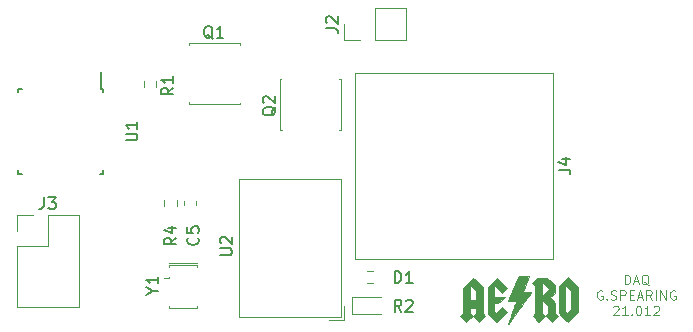
<source format=gbr>
%TF.GenerationSoftware,KiCad,Pcbnew,5.1.7-a382d34a8~88~ubuntu18.04.1*%
%TF.CreationDate,2021-02-25T09:30:43-05:00*%
%TF.ProjectId,DaqBoard,44617142-6f61-4726-942e-6b696361645f,rev?*%
%TF.SameCoordinates,Original*%
%TF.FileFunction,Legend,Top*%
%TF.FilePolarity,Positive*%
%FSLAX46Y46*%
G04 Gerber Fmt 4.6, Leading zero omitted, Abs format (unit mm)*
G04 Created by KiCad (PCBNEW 5.1.7-a382d34a8~88~ubuntu18.04.1) date 2021-02-25 09:30:43*
%MOMM*%
%LPD*%
G01*
G04 APERTURE LIST*
%ADD10C,0.120000*%
%ADD11C,0.010000*%
%ADD12C,0.150000*%
G04 APERTURE END LIST*
D10*
X165804971Y-107855504D02*
X165804971Y-107055504D01*
X165995447Y-107055504D01*
X166109733Y-107093600D01*
X166185923Y-107169790D01*
X166224019Y-107245980D01*
X166262114Y-107398361D01*
X166262114Y-107512647D01*
X166224019Y-107665028D01*
X166185923Y-107741219D01*
X166109733Y-107817409D01*
X165995447Y-107855504D01*
X165804971Y-107855504D01*
X166566876Y-107626933D02*
X166947828Y-107626933D01*
X166490685Y-107855504D02*
X166757352Y-107055504D01*
X167024019Y-107855504D01*
X167824019Y-107931695D02*
X167747828Y-107893600D01*
X167671638Y-107817409D01*
X167557352Y-107703123D01*
X167481161Y-107665028D01*
X167404971Y-107665028D01*
X167443066Y-107855504D02*
X167366876Y-107817409D01*
X167290685Y-107741219D01*
X167252590Y-107588838D01*
X167252590Y-107322171D01*
X167290685Y-107169790D01*
X167366876Y-107093600D01*
X167443066Y-107055504D01*
X167595447Y-107055504D01*
X167671638Y-107093600D01*
X167747828Y-107169790D01*
X167785923Y-107322171D01*
X167785923Y-107588838D01*
X167747828Y-107741219D01*
X167671638Y-107817409D01*
X167595447Y-107855504D01*
X167443066Y-107855504D01*
X163900209Y-108413600D02*
X163824019Y-108375504D01*
X163709733Y-108375504D01*
X163595447Y-108413600D01*
X163519257Y-108489790D01*
X163481161Y-108565980D01*
X163443066Y-108718361D01*
X163443066Y-108832647D01*
X163481161Y-108985028D01*
X163519257Y-109061219D01*
X163595447Y-109137409D01*
X163709733Y-109175504D01*
X163785923Y-109175504D01*
X163900209Y-109137409D01*
X163938304Y-109099314D01*
X163938304Y-108832647D01*
X163785923Y-108832647D01*
X164281161Y-109099314D02*
X164319257Y-109137409D01*
X164281161Y-109175504D01*
X164243066Y-109137409D01*
X164281161Y-109099314D01*
X164281161Y-109175504D01*
X164624019Y-109137409D02*
X164738304Y-109175504D01*
X164928780Y-109175504D01*
X165004971Y-109137409D01*
X165043066Y-109099314D01*
X165081161Y-109023123D01*
X165081161Y-108946933D01*
X165043066Y-108870742D01*
X165004971Y-108832647D01*
X164928780Y-108794552D01*
X164776400Y-108756457D01*
X164700209Y-108718361D01*
X164662114Y-108680266D01*
X164624019Y-108604076D01*
X164624019Y-108527885D01*
X164662114Y-108451695D01*
X164700209Y-108413600D01*
X164776400Y-108375504D01*
X164966876Y-108375504D01*
X165081161Y-108413600D01*
X165424019Y-109175504D02*
X165424019Y-108375504D01*
X165728780Y-108375504D01*
X165804971Y-108413600D01*
X165843066Y-108451695D01*
X165881161Y-108527885D01*
X165881161Y-108642171D01*
X165843066Y-108718361D01*
X165804971Y-108756457D01*
X165728780Y-108794552D01*
X165424019Y-108794552D01*
X166224019Y-108756457D02*
X166490685Y-108756457D01*
X166604971Y-109175504D02*
X166224019Y-109175504D01*
X166224019Y-108375504D01*
X166604971Y-108375504D01*
X166909733Y-108946933D02*
X167290685Y-108946933D01*
X166833542Y-109175504D02*
X167100209Y-108375504D01*
X167366876Y-109175504D01*
X168090685Y-109175504D02*
X167824019Y-108794552D01*
X167633542Y-109175504D02*
X167633542Y-108375504D01*
X167938304Y-108375504D01*
X168014495Y-108413600D01*
X168052590Y-108451695D01*
X168090685Y-108527885D01*
X168090685Y-108642171D01*
X168052590Y-108718361D01*
X168014495Y-108756457D01*
X167938304Y-108794552D01*
X167633542Y-108794552D01*
X168433542Y-109175504D02*
X168433542Y-108375504D01*
X168814495Y-109175504D02*
X168814495Y-108375504D01*
X169271638Y-109175504D01*
X169271638Y-108375504D01*
X170071638Y-108413600D02*
X169995447Y-108375504D01*
X169881161Y-108375504D01*
X169766876Y-108413600D01*
X169690685Y-108489790D01*
X169652590Y-108565980D01*
X169614495Y-108718361D01*
X169614495Y-108832647D01*
X169652590Y-108985028D01*
X169690685Y-109061219D01*
X169766876Y-109137409D01*
X169881161Y-109175504D01*
X169957352Y-109175504D01*
X170071638Y-109137409D01*
X170109733Y-109099314D01*
X170109733Y-108832647D01*
X169957352Y-108832647D01*
X164833542Y-109771695D02*
X164871638Y-109733600D01*
X164947828Y-109695504D01*
X165138304Y-109695504D01*
X165214495Y-109733600D01*
X165252590Y-109771695D01*
X165290685Y-109847885D01*
X165290685Y-109924076D01*
X165252590Y-110038361D01*
X164795447Y-110495504D01*
X165290685Y-110495504D01*
X166052590Y-110495504D02*
X165595447Y-110495504D01*
X165824019Y-110495504D02*
X165824019Y-109695504D01*
X165747828Y-109809790D01*
X165671638Y-109885980D01*
X165595447Y-109924076D01*
X166395447Y-110419314D02*
X166433542Y-110457409D01*
X166395447Y-110495504D01*
X166357352Y-110457409D01*
X166395447Y-110419314D01*
X166395447Y-110495504D01*
X166928780Y-109695504D02*
X167004971Y-109695504D01*
X167081161Y-109733600D01*
X167119257Y-109771695D01*
X167157352Y-109847885D01*
X167195447Y-110000266D01*
X167195447Y-110190742D01*
X167157352Y-110343123D01*
X167119257Y-110419314D01*
X167081161Y-110457409D01*
X167004971Y-110495504D01*
X166928780Y-110495504D01*
X166852590Y-110457409D01*
X166814495Y-110419314D01*
X166776400Y-110343123D01*
X166738304Y-110190742D01*
X166738304Y-110000266D01*
X166776400Y-109847885D01*
X166814495Y-109771695D01*
X166852590Y-109733600D01*
X166928780Y-109695504D01*
X167957352Y-110495504D02*
X167500209Y-110495504D01*
X167728780Y-110495504D02*
X167728780Y-109695504D01*
X167652590Y-109809790D01*
X167576400Y-109885980D01*
X167500209Y-109924076D01*
X168262114Y-109771695D02*
X168300209Y-109733600D01*
X168376400Y-109695504D01*
X168566876Y-109695504D01*
X168643066Y-109733600D01*
X168681161Y-109771695D01*
X168719257Y-109847885D01*
X168719257Y-109924076D01*
X168681161Y-110038361D01*
X168224019Y-110495504D01*
X168719257Y-110495504D01*
D11*
%TO.C,G\u002A\u002A\u002A*%
G36*
X157439221Y-107845138D02*
G01*
X157199968Y-108497615D01*
X157562059Y-108497615D01*
X157698644Y-108497894D01*
X157794683Y-108499236D01*
X157856233Y-108502399D01*
X157889352Y-108508143D01*
X157900098Y-108517225D01*
X157894529Y-108530403D01*
X157887850Y-108538394D01*
X157869199Y-108562919D01*
X157826096Y-108621574D01*
X157761240Y-108710611D01*
X157677330Y-108826280D01*
X157577061Y-108964830D01*
X157463134Y-109122511D01*
X157338246Y-109295575D01*
X157205094Y-109480270D01*
X157066378Y-109672846D01*
X156924794Y-109869555D01*
X156783041Y-110066645D01*
X156643817Y-110260368D01*
X156509820Y-110446972D01*
X156383748Y-110622708D01*
X156268299Y-110783827D01*
X156166170Y-110926578D01*
X156080061Y-111047211D01*
X156012669Y-111141976D01*
X155966691Y-111207123D01*
X155944827Y-111238903D01*
X155944348Y-111239655D01*
X155946188Y-111227273D01*
X155962017Y-111175011D01*
X155990459Y-111086990D01*
X156030138Y-110967330D01*
X156079676Y-110820151D01*
X156137698Y-110649575D01*
X156202827Y-110459720D01*
X156264761Y-110280454D01*
X156335951Y-110074915D01*
X156402228Y-109883314D01*
X156462075Y-109710054D01*
X156513976Y-109559540D01*
X156556411Y-109436175D01*
X156587865Y-109344363D01*
X156606820Y-109288509D01*
X156611973Y-109272610D01*
X156590019Y-109270511D01*
X156529553Y-109268732D01*
X156438667Y-109267414D01*
X156325455Y-109266696D01*
X156265675Y-109266605D01*
X155919378Y-109266605D01*
X156179646Y-108678211D01*
X156261932Y-108492004D01*
X156350743Y-108290723D01*
X156440512Y-108087005D01*
X156525673Y-107893484D01*
X156600661Y-107722798D01*
X156636424Y-107641238D01*
X156832934Y-107192661D01*
X157678473Y-107192661D01*
X157439221Y-107845138D01*
G37*
X157439221Y-107845138D02*
X157199968Y-108497615D01*
X157562059Y-108497615D01*
X157698644Y-108497894D01*
X157794683Y-108499236D01*
X157856233Y-108502399D01*
X157889352Y-108508143D01*
X157900098Y-108517225D01*
X157894529Y-108530403D01*
X157887850Y-108538394D01*
X157869199Y-108562919D01*
X157826096Y-108621574D01*
X157761240Y-108710611D01*
X157677330Y-108826280D01*
X157577061Y-108964830D01*
X157463134Y-109122511D01*
X157338246Y-109295575D01*
X157205094Y-109480270D01*
X157066378Y-109672846D01*
X156924794Y-109869555D01*
X156783041Y-110066645D01*
X156643817Y-110260368D01*
X156509820Y-110446972D01*
X156383748Y-110622708D01*
X156268299Y-110783827D01*
X156166170Y-110926578D01*
X156080061Y-111047211D01*
X156012669Y-111141976D01*
X155966691Y-111207123D01*
X155944827Y-111238903D01*
X155944348Y-111239655D01*
X155946188Y-111227273D01*
X155962017Y-111175011D01*
X155990459Y-111086990D01*
X156030138Y-110967330D01*
X156079676Y-110820151D01*
X156137698Y-110649575D01*
X156202827Y-110459720D01*
X156264761Y-110280454D01*
X156335951Y-110074915D01*
X156402228Y-109883314D01*
X156462075Y-109710054D01*
X156513976Y-109559540D01*
X156556411Y-109436175D01*
X156587865Y-109344363D01*
X156606820Y-109288509D01*
X156611973Y-109272610D01*
X156590019Y-109270511D01*
X156529553Y-109268732D01*
X156438667Y-109267414D01*
X156325455Y-109266696D01*
X156265675Y-109266605D01*
X155919378Y-109266605D01*
X156179646Y-108678211D01*
X156261932Y-108492004D01*
X156350743Y-108290723D01*
X156440512Y-108087005D01*
X156525673Y-107893484D01*
X156600661Y-107722798D01*
X156636424Y-107641238D01*
X156832934Y-107192661D01*
X157678473Y-107192661D01*
X157439221Y-107845138D01*
G36*
X153367302Y-107711377D02*
G01*
X153769037Y-108113605D01*
X153769037Y-110325415D01*
X153890915Y-110448826D01*
X154012792Y-110572236D01*
X153745020Y-110840008D01*
X153477248Y-111107779D01*
X152942968Y-110571979D01*
X153186468Y-110325415D01*
X153186468Y-109849174D01*
X152673808Y-109849174D01*
X152673808Y-110325415D01*
X152795685Y-110448826D01*
X152917563Y-110572236D01*
X152649791Y-110840008D01*
X152382019Y-111107779D01*
X151847739Y-110571979D01*
X152091239Y-110325415D01*
X152091239Y-109243303D01*
X152673808Y-109243303D01*
X153186468Y-109243303D01*
X153186468Y-108484668D01*
X152931319Y-108217334D01*
X152676169Y-107950000D01*
X152674989Y-108596651D01*
X152673808Y-109243303D01*
X152091239Y-109243303D01*
X152091239Y-108182567D01*
X152528403Y-107745858D01*
X152965566Y-107309149D01*
X153367302Y-107711377D01*
G37*
X153367302Y-107711377D02*
X153769037Y-108113605D01*
X153769037Y-110325415D01*
X153890915Y-110448826D01*
X154012792Y-110572236D01*
X153745020Y-110840008D01*
X153477248Y-111107779D01*
X152942968Y-110571979D01*
X153186468Y-110325415D01*
X153186468Y-109849174D01*
X152673808Y-109849174D01*
X152673808Y-110325415D01*
X152795685Y-110448826D01*
X152917563Y-110572236D01*
X152649791Y-110840008D01*
X152382019Y-111107779D01*
X151847739Y-110571979D01*
X152091239Y-110325415D01*
X152091239Y-109243303D01*
X152673808Y-109243303D01*
X153186468Y-109243303D01*
X153186468Y-108484668D01*
X152931319Y-108217334D01*
X152676169Y-107950000D01*
X152674989Y-108596651D01*
X152673808Y-109243303D01*
X152091239Y-109243303D01*
X152091239Y-108182567D01*
X152528403Y-107745858D01*
X152965566Y-107309149D01*
X153367302Y-107711377D01*
G36*
X155428392Y-107745140D02*
G01*
X155853937Y-108171151D01*
X155633290Y-108392719D01*
X155412644Y-108614287D01*
X154771056Y-107973927D01*
X154771056Y-108942316D01*
X155655992Y-108928716D01*
X155371167Y-109214174D01*
X155086342Y-109499633D01*
X154771056Y-109499633D01*
X154771056Y-110173041D01*
X154854118Y-110236396D01*
X154937180Y-110299750D01*
X155412436Y-109826112D01*
X155832880Y-110246556D01*
X155400224Y-110677039D01*
X155283994Y-110792280D01*
X155178725Y-110895877D01*
X155088870Y-110983512D01*
X155018880Y-111050866D01*
X154973208Y-111093621D01*
X154956432Y-111107523D01*
X154937509Y-111091751D01*
X154890519Y-111047522D01*
X154820219Y-110979462D01*
X154731367Y-110892199D01*
X154628720Y-110790361D01*
X154566892Y-110728596D01*
X154188487Y-110349669D01*
X154188487Y-108138062D01*
X154595667Y-107728596D01*
X155002848Y-107319129D01*
X155428392Y-107745140D01*
G37*
X155428392Y-107745140D02*
X155853937Y-108171151D01*
X155633290Y-108392719D01*
X155412644Y-108614287D01*
X154771056Y-107973927D01*
X154771056Y-108942316D01*
X155655992Y-108928716D01*
X155371167Y-109214174D01*
X155086342Y-109499633D01*
X154771056Y-109499633D01*
X154771056Y-110173041D01*
X154854118Y-110236396D01*
X154937180Y-110299750D01*
X155412436Y-109826112D01*
X155832880Y-110246556D01*
X155400224Y-110677039D01*
X155283994Y-110792280D01*
X155178725Y-110895877D01*
X155088870Y-110983512D01*
X155018880Y-111050866D01*
X154973208Y-111093621D01*
X154956432Y-111107523D01*
X154937509Y-111091751D01*
X154890519Y-111047522D01*
X154820219Y-110979462D01*
X154731367Y-110892199D01*
X154628720Y-110790361D01*
X154566892Y-110728596D01*
X154188487Y-110349669D01*
X154188487Y-108138062D01*
X154595667Y-107728596D01*
X155002848Y-107319129D01*
X155428392Y-107745140D01*
G36*
X159897661Y-107973886D02*
G01*
X159897661Y-108578252D01*
X159490809Y-108986998D01*
X159705886Y-109202974D01*
X159920964Y-109418949D01*
X159920964Y-110325415D01*
X160042841Y-110448826D01*
X160164719Y-110572236D01*
X159896947Y-110840008D01*
X159629175Y-111107779D01*
X159106465Y-110583211D01*
X159336377Y-110326881D01*
X159337386Y-110023547D01*
X159338395Y-109720214D01*
X159082065Y-109464679D01*
X158825734Y-109209143D01*
X158825734Y-110351935D01*
X158942505Y-110466951D01*
X159059276Y-110581966D01*
X158797243Y-110844744D01*
X158707409Y-110933933D01*
X158628925Y-111010151D01*
X158567682Y-111067811D01*
X158529576Y-111101323D01*
X158520144Y-111107523D01*
X158499733Y-111091520D01*
X158453141Y-111047324D01*
X158386156Y-110980657D01*
X158304566Y-110897241D01*
X158250051Y-110840528D01*
X157995023Y-110573533D01*
X158119094Y-110451003D01*
X158243166Y-110328473D01*
X158243166Y-108905184D01*
X158779129Y-108905184D01*
X159076125Y-108608188D01*
X159373121Y-108311193D01*
X158779129Y-107717201D01*
X158779129Y-108905184D01*
X158243166Y-108905184D01*
X158243166Y-108044562D01*
X158109759Y-107909749D01*
X157976352Y-107774935D01*
X158208358Y-107542055D01*
X158440365Y-107309174D01*
X159234135Y-107309174D01*
X159897661Y-107973886D01*
G37*
X159897661Y-107973886D02*
X159897661Y-108578252D01*
X159490809Y-108986998D01*
X159705886Y-109202974D01*
X159920964Y-109418949D01*
X159920964Y-110325415D01*
X160042841Y-110448826D01*
X160164719Y-110572236D01*
X159896947Y-110840008D01*
X159629175Y-111107779D01*
X159106465Y-110583211D01*
X159336377Y-110326881D01*
X159337386Y-110023547D01*
X159338395Y-109720214D01*
X159082065Y-109464679D01*
X158825734Y-109209143D01*
X158825734Y-110351935D01*
X158942505Y-110466951D01*
X159059276Y-110581966D01*
X158797243Y-110844744D01*
X158707409Y-110933933D01*
X158628925Y-111010151D01*
X158567682Y-111067811D01*
X158529576Y-111101323D01*
X158520144Y-111107523D01*
X158499733Y-111091520D01*
X158453141Y-111047324D01*
X158386156Y-110980657D01*
X158304566Y-110897241D01*
X158250051Y-110840528D01*
X157995023Y-110573533D01*
X158119094Y-110451003D01*
X158243166Y-110328473D01*
X158243166Y-108905184D01*
X158779129Y-108905184D01*
X159076125Y-108608188D01*
X159373121Y-108311193D01*
X158779129Y-107717201D01*
X158779129Y-108905184D01*
X158243166Y-108905184D01*
X158243166Y-108044562D01*
X158109759Y-107909749D01*
X157976352Y-107774935D01*
X158208358Y-107542055D01*
X158440365Y-107309174D01*
X159234135Y-107309174D01*
X159897661Y-107973886D01*
G36*
X161435646Y-107716976D02*
G01*
X161855092Y-108135936D01*
X161855092Y-110234130D01*
X160980758Y-111107556D01*
X160590677Y-110716968D01*
X160200597Y-110326381D01*
X160200597Y-110138240D01*
X160783166Y-110138240D01*
X160857973Y-110215422D01*
X160932781Y-110292604D01*
X161091001Y-110135597D01*
X161249221Y-109978589D01*
X161249221Y-108415181D01*
X161016193Y-108183027D01*
X160783166Y-107950874D01*
X160783166Y-110138240D01*
X160200597Y-110138240D01*
X160200597Y-108112620D01*
X160608398Y-107705318D01*
X161016200Y-107298015D01*
X161435646Y-107716976D01*
G37*
X161435646Y-107716976D02*
X161855092Y-108135936D01*
X161855092Y-110234130D01*
X160980758Y-111107556D01*
X160590677Y-110716968D01*
X160200597Y-110326381D01*
X160200597Y-110138240D01*
X160783166Y-110138240D01*
X160857973Y-110215422D01*
X160932781Y-110292604D01*
X161091001Y-110135597D01*
X161249221Y-109978589D01*
X161249221Y-108415181D01*
X161016193Y-108183027D01*
X160783166Y-107950874D01*
X160783166Y-110138240D01*
X160200597Y-110138240D01*
X160200597Y-108112620D01*
X160608398Y-107705318D01*
X161016200Y-107298015D01*
X161435646Y-107716976D01*
D12*
%TO.C,U1*%
X121442000Y-91312000D02*
X121442000Y-89887000D01*
X121667000Y-98562000D02*
X121667000Y-98237000D01*
X114417000Y-98562000D02*
X114417000Y-98237000D01*
X114417000Y-91312000D02*
X114417000Y-91637000D01*
X121667000Y-91312000D02*
X121667000Y-91637000D01*
X114417000Y-91312000D02*
X114742000Y-91312000D01*
X114417000Y-98562000D02*
X114742000Y-98562000D01*
X121667000Y-98562000D02*
X121342000Y-98562000D01*
X121667000Y-91312000D02*
X121442000Y-91312000D01*
D10*
%TO.C,J4*%
X159698500Y-89988500D02*
X159698500Y-105718500D01*
X142958500Y-89988500D02*
X159698500Y-89988500D01*
X142958500Y-105718500D02*
X159698500Y-105718500D01*
X142958500Y-89998500D02*
X142958500Y-105718500D01*
%TO.C,R4*%
X126833100Y-100733776D02*
X126833100Y-101243224D01*
X127878100Y-100733776D02*
X127878100Y-101243224D01*
%TO.C,Y1*%
X129597000Y-109877000D02*
X129597000Y-109727000D01*
X127197000Y-109877000D02*
X127197000Y-109727000D01*
X127197000Y-107327000D02*
X127197000Y-107277000D01*
X127197000Y-106277000D02*
X127197000Y-106427000D01*
X129597000Y-106277000D02*
X129597000Y-106427000D01*
X127597000Y-106077000D02*
X127197000Y-106077000D01*
X127597000Y-106277000D02*
X127197000Y-106277000D01*
X127597000Y-109877000D02*
X127197000Y-109877000D01*
X129597000Y-106077000D02*
X127597000Y-106077000D01*
X127197000Y-107327000D02*
X126797000Y-107327000D01*
X127597000Y-106277000D02*
X129597000Y-106277000D01*
X129597000Y-109877000D02*
X127597000Y-109877000D01*
%TO.C,U2*%
X142000000Y-110926000D02*
X142000000Y-109686000D01*
X140760000Y-110926000D02*
X142000000Y-110926000D01*
X133140000Y-98965000D02*
X141760000Y-98965000D01*
X133140000Y-110686000D02*
X141760000Y-110686000D01*
X141760000Y-110686000D02*
X141760000Y-98965000D01*
X133140000Y-110686000D02*
X133140000Y-98965000D01*
%TO.C,R2*%
X144526724Y-106716300D02*
X144017276Y-106716300D01*
X144526724Y-107761300D02*
X144017276Y-107761300D01*
%TO.C,R1*%
X126125500Y-91163224D02*
X126125500Y-90653776D01*
X125080500Y-91163224D02*
X125080500Y-90653776D01*
%TO.C,Q2*%
X136592000Y-94825000D02*
X136792000Y-94825000D01*
X136592000Y-90525000D02*
X136592000Y-94825000D01*
X136742000Y-90525000D02*
X136592000Y-90525000D01*
X141792000Y-90525000D02*
X141642000Y-90525000D01*
X141792000Y-94825000D02*
X141792000Y-90525000D01*
X141592000Y-94825000D02*
X141792000Y-94825000D01*
%TO.C,Q1*%
X128949000Y-87443000D02*
X128949000Y-87643000D01*
X133249000Y-87443000D02*
X128949000Y-87443000D01*
X133249000Y-87593000D02*
X133249000Y-87443000D01*
X133249000Y-92643000D02*
X133249000Y-92493000D01*
X128949000Y-92643000D02*
X133249000Y-92643000D01*
X128949000Y-92443000D02*
X128949000Y-92643000D01*
%TO.C,J3*%
X114367000Y-102048000D02*
X115697000Y-102048000D01*
X114367000Y-103378000D02*
X114367000Y-102048000D01*
X116967000Y-102048000D02*
X119567000Y-102048000D01*
X116967000Y-104648000D02*
X116967000Y-102048000D01*
X114367000Y-104648000D02*
X116967000Y-104648000D01*
X119567000Y-102048000D02*
X119567000Y-109788000D01*
X114367000Y-104648000D02*
X114367000Y-109788000D01*
X114367000Y-109788000D02*
X119567000Y-109788000D01*
%TO.C,J2*%
X142053000Y-87182000D02*
X142053000Y-85852000D01*
X143383000Y-87182000D02*
X142053000Y-87182000D01*
X144653000Y-87182000D02*
X144653000Y-84522000D01*
X144653000Y-84522000D02*
X147253000Y-84522000D01*
X144653000Y-87182000D02*
X147253000Y-87182000D01*
X147253000Y-87182000D02*
X147253000Y-84522000D01*
%TO.C,D1*%
X142674200Y-110386800D02*
X145134200Y-110386800D01*
X142674200Y-108916800D02*
X142674200Y-110386800D01*
X145134200Y-108916800D02*
X142674200Y-108916800D01*
%TO.C,C5*%
X128471200Y-100845233D02*
X128471200Y-101137767D01*
X129491200Y-100845233D02*
X129491200Y-101137767D01*
%TO.C,U1*%
D12*
X123544380Y-95698904D02*
X124353904Y-95698904D01*
X124449142Y-95651285D01*
X124496761Y-95603666D01*
X124544380Y-95508428D01*
X124544380Y-95317952D01*
X124496761Y-95222714D01*
X124449142Y-95175095D01*
X124353904Y-95127476D01*
X123544380Y-95127476D01*
X124544380Y-94127476D02*
X124544380Y-94698904D01*
X124544380Y-94413190D02*
X123544380Y-94413190D01*
X123687238Y-94508428D01*
X123782476Y-94603666D01*
X123830095Y-94698904D01*
%TO.C,J4*%
X160200880Y-98181833D02*
X160915166Y-98181833D01*
X161058023Y-98229452D01*
X161153261Y-98324690D01*
X161200880Y-98467547D01*
X161200880Y-98562785D01*
X160534214Y-97277071D02*
X161200880Y-97277071D01*
X160153261Y-97515166D02*
X160867547Y-97753261D01*
X160867547Y-97134214D01*
%TO.C,R4*%
X127833380Y-103925666D02*
X127357190Y-104259000D01*
X127833380Y-104497095D02*
X126833380Y-104497095D01*
X126833380Y-104116142D01*
X126881000Y-104020904D01*
X126928619Y-103973285D01*
X127023857Y-103925666D01*
X127166714Y-103925666D01*
X127261952Y-103973285D01*
X127309571Y-104020904D01*
X127357190Y-104116142D01*
X127357190Y-104497095D01*
X127166714Y-103068523D02*
X127833380Y-103068523D01*
X126785761Y-103306619D02*
X127500047Y-103544714D01*
X127500047Y-102925666D01*
%TO.C,Y1*%
X125833190Y-108426190D02*
X126309380Y-108426190D01*
X125309380Y-108759523D02*
X125833190Y-108426190D01*
X125309380Y-108092857D01*
X126309380Y-107235714D02*
X126309380Y-107807142D01*
X126309380Y-107521428D02*
X125309380Y-107521428D01*
X125452238Y-107616666D01*
X125547476Y-107711904D01*
X125595095Y-107807142D01*
%TO.C,U2*%
X131532380Y-105409904D02*
X132341904Y-105409904D01*
X132437142Y-105362285D01*
X132484761Y-105314666D01*
X132532380Y-105219428D01*
X132532380Y-105028952D01*
X132484761Y-104933714D01*
X132437142Y-104886095D01*
X132341904Y-104838476D01*
X131532380Y-104838476D01*
X131627619Y-104409904D02*
X131580000Y-104362285D01*
X131532380Y-104267047D01*
X131532380Y-104028952D01*
X131580000Y-103933714D01*
X131627619Y-103886095D01*
X131722857Y-103838476D01*
X131818095Y-103838476D01*
X131960952Y-103886095D01*
X132532380Y-104457523D01*
X132532380Y-103838476D01*
%TO.C,R2*%
X146899333Y-110180380D02*
X146566000Y-109704190D01*
X146327904Y-110180380D02*
X146327904Y-109180380D01*
X146708857Y-109180380D01*
X146804095Y-109228000D01*
X146851714Y-109275619D01*
X146899333Y-109370857D01*
X146899333Y-109513714D01*
X146851714Y-109608952D01*
X146804095Y-109656571D01*
X146708857Y-109704190D01*
X146327904Y-109704190D01*
X147280285Y-109275619D02*
X147327904Y-109228000D01*
X147423142Y-109180380D01*
X147661238Y-109180380D01*
X147756476Y-109228000D01*
X147804095Y-109275619D01*
X147851714Y-109370857D01*
X147851714Y-109466095D01*
X147804095Y-109608952D01*
X147232666Y-110180380D01*
X147851714Y-110180380D01*
%TO.C,R1*%
X127579380Y-91225666D02*
X127103190Y-91559000D01*
X127579380Y-91797095D02*
X126579380Y-91797095D01*
X126579380Y-91416142D01*
X126627000Y-91320904D01*
X126674619Y-91273285D01*
X126769857Y-91225666D01*
X126912714Y-91225666D01*
X127007952Y-91273285D01*
X127055571Y-91320904D01*
X127103190Y-91416142D01*
X127103190Y-91797095D01*
X127579380Y-90273285D02*
X127579380Y-90844714D01*
X127579380Y-90559000D02*
X126579380Y-90559000D01*
X126722238Y-90654238D01*
X126817476Y-90749476D01*
X126865095Y-90844714D01*
%TO.C,Q2*%
X136259619Y-92850238D02*
X136212000Y-92945476D01*
X136116761Y-93040714D01*
X135973904Y-93183571D01*
X135926285Y-93278809D01*
X135926285Y-93374047D01*
X136164380Y-93326428D02*
X136116761Y-93421666D01*
X136021523Y-93516904D01*
X135831047Y-93564523D01*
X135497714Y-93564523D01*
X135307238Y-93516904D01*
X135212000Y-93421666D01*
X135164380Y-93326428D01*
X135164380Y-93135952D01*
X135212000Y-93040714D01*
X135307238Y-92945476D01*
X135497714Y-92897857D01*
X135831047Y-92897857D01*
X136021523Y-92945476D01*
X136116761Y-93040714D01*
X136164380Y-93135952D01*
X136164380Y-93326428D01*
X135259619Y-92516904D02*
X135212000Y-92469285D01*
X135164380Y-92374047D01*
X135164380Y-92135952D01*
X135212000Y-92040714D01*
X135259619Y-91993095D01*
X135354857Y-91945476D01*
X135450095Y-91945476D01*
X135592952Y-91993095D01*
X136164380Y-92564523D01*
X136164380Y-91945476D01*
%TO.C,Q1*%
X130923761Y-87110619D02*
X130828523Y-87063000D01*
X130733285Y-86967761D01*
X130590428Y-86824904D01*
X130495190Y-86777285D01*
X130399952Y-86777285D01*
X130447571Y-87015380D02*
X130352333Y-86967761D01*
X130257095Y-86872523D01*
X130209476Y-86682047D01*
X130209476Y-86348714D01*
X130257095Y-86158238D01*
X130352333Y-86063000D01*
X130447571Y-86015380D01*
X130638047Y-86015380D01*
X130733285Y-86063000D01*
X130828523Y-86158238D01*
X130876142Y-86348714D01*
X130876142Y-86682047D01*
X130828523Y-86872523D01*
X130733285Y-86967761D01*
X130638047Y-87015380D01*
X130447571Y-87015380D01*
X131828523Y-87015380D02*
X131257095Y-87015380D01*
X131542809Y-87015380D02*
X131542809Y-86015380D01*
X131447571Y-86158238D01*
X131352333Y-86253476D01*
X131257095Y-86301095D01*
%TO.C,J3*%
X116633666Y-100500380D02*
X116633666Y-101214666D01*
X116586047Y-101357523D01*
X116490809Y-101452761D01*
X116347952Y-101500380D01*
X116252714Y-101500380D01*
X117014619Y-100500380D02*
X117633666Y-100500380D01*
X117300333Y-100881333D01*
X117443190Y-100881333D01*
X117538428Y-100928952D01*
X117586047Y-100976571D01*
X117633666Y-101071809D01*
X117633666Y-101309904D01*
X117586047Y-101405142D01*
X117538428Y-101452761D01*
X117443190Y-101500380D01*
X117157476Y-101500380D01*
X117062238Y-101452761D01*
X117014619Y-101405142D01*
%TO.C,J2*%
X140505380Y-86185333D02*
X141219666Y-86185333D01*
X141362523Y-86232952D01*
X141457761Y-86328190D01*
X141505380Y-86471047D01*
X141505380Y-86566285D01*
X140600619Y-85756761D02*
X140553000Y-85709142D01*
X140505380Y-85613904D01*
X140505380Y-85375809D01*
X140553000Y-85280571D01*
X140600619Y-85232952D01*
X140695857Y-85185333D01*
X140791095Y-85185333D01*
X140933952Y-85232952D01*
X141505380Y-85804380D01*
X141505380Y-85185333D01*
%TO.C,D1*%
X146327904Y-107767380D02*
X146327904Y-106767380D01*
X146566000Y-106767380D01*
X146708857Y-106815000D01*
X146804095Y-106910238D01*
X146851714Y-107005476D01*
X146899333Y-107195952D01*
X146899333Y-107338809D01*
X146851714Y-107529285D01*
X146804095Y-107624523D01*
X146708857Y-107719761D01*
X146566000Y-107767380D01*
X146327904Y-107767380D01*
X147851714Y-107767380D02*
X147280285Y-107767380D01*
X147566000Y-107767380D02*
X147566000Y-106767380D01*
X147470761Y-106910238D01*
X147375523Y-107005476D01*
X147280285Y-107053095D01*
%TO.C,C5*%
X129643142Y-103925666D02*
X129690761Y-103973285D01*
X129738380Y-104116142D01*
X129738380Y-104211380D01*
X129690761Y-104354238D01*
X129595523Y-104449476D01*
X129500285Y-104497095D01*
X129309809Y-104544714D01*
X129166952Y-104544714D01*
X128976476Y-104497095D01*
X128881238Y-104449476D01*
X128786000Y-104354238D01*
X128738380Y-104211380D01*
X128738380Y-104116142D01*
X128786000Y-103973285D01*
X128833619Y-103925666D01*
X128738380Y-103020904D02*
X128738380Y-103497095D01*
X129214571Y-103544714D01*
X129166952Y-103497095D01*
X129119333Y-103401857D01*
X129119333Y-103163761D01*
X129166952Y-103068523D01*
X129214571Y-103020904D01*
X129309809Y-102973285D01*
X129547904Y-102973285D01*
X129643142Y-103020904D01*
X129690761Y-103068523D01*
X129738380Y-103163761D01*
X129738380Y-103401857D01*
X129690761Y-103497095D01*
X129643142Y-103544714D01*
%TD*%
M02*

</source>
